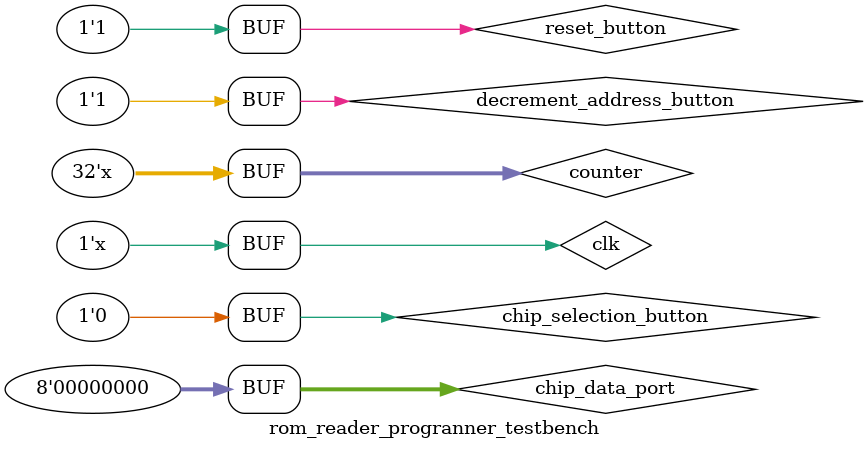
<source format=v>
`timescale 1ns / 1ps
`include "E:\PLD\RomChipReader\RomReader\src\rom_reader_programmer.v"

module rom_reader_progranner_testbench;

	// Inputs
	reg chip_selection_button;
	reg increment_address_button;
	reg decrement_address_button;
	reg reset_button;
	reg clk;
	reg [7:0] chip_data_port;

	// Outputs
	wire [8:0] chip_address_port;
	wire [3:0] ip3604_selection_port;
	wire [1:0] ip3601_selection_port;
	wire [7:0] data_output_port;
	wire [7:0] sseg_tube_port;
	wire [3:0] sseg_selected_digit;
	wire ip3601_selection_led;
	wire ip3604_selection_led;

	// Instantiate the Unit Under Test (UUT)
	rom_reader_programmer uut (
		.chip_selection_button(chip_selection_button), 
		.increment_address_button(increment_address_button), 
		.decrement_address_button(decrement_address_button), 
		.reset_button(reset_button), 
		.clk(clk), 
		.chip_data_port(chip_data_port), 
		.chip_address_port(chip_address_port), 
		.ip3604_selection_port(ip3604_selection_port), 
		.ip3601_selection_port(ip3601_selection_port), 
		.data_output_port(data_output_port), 
		.sseg_tube_port(sseg_tube_port), 
		.sseg_selected_digit(sseg_selected_digit), 
		.ip3601_selection_led(ip3601_selection_led), 
		.ip3604_selection_led(ip3604_selection_led)
	);
	
	reg [31:0] counter;

	initial begin
		// Initialize Inputs
		chip_selection_button = 0;
		increment_address_button = 1;
		decrement_address_button = 1;
		reset_button = 1;
		clk = 0;
		chip_data_port = 0;
      counter = 0;
		// Wait 100 ns for global reset to finish
		#200;
      reset_button = 0; 
		// Add stimulus here
		#200;
      reset_button = 1;
	end
	
	always
	begin
	#10 clk <= ~clk;
   counter <= counter + 1;
	if (counter == 1000)
	    increment_address_button <= 0;
	if (counter == 4000)
       increment_address_button <= 1;
	end
   
endmodule


</source>
